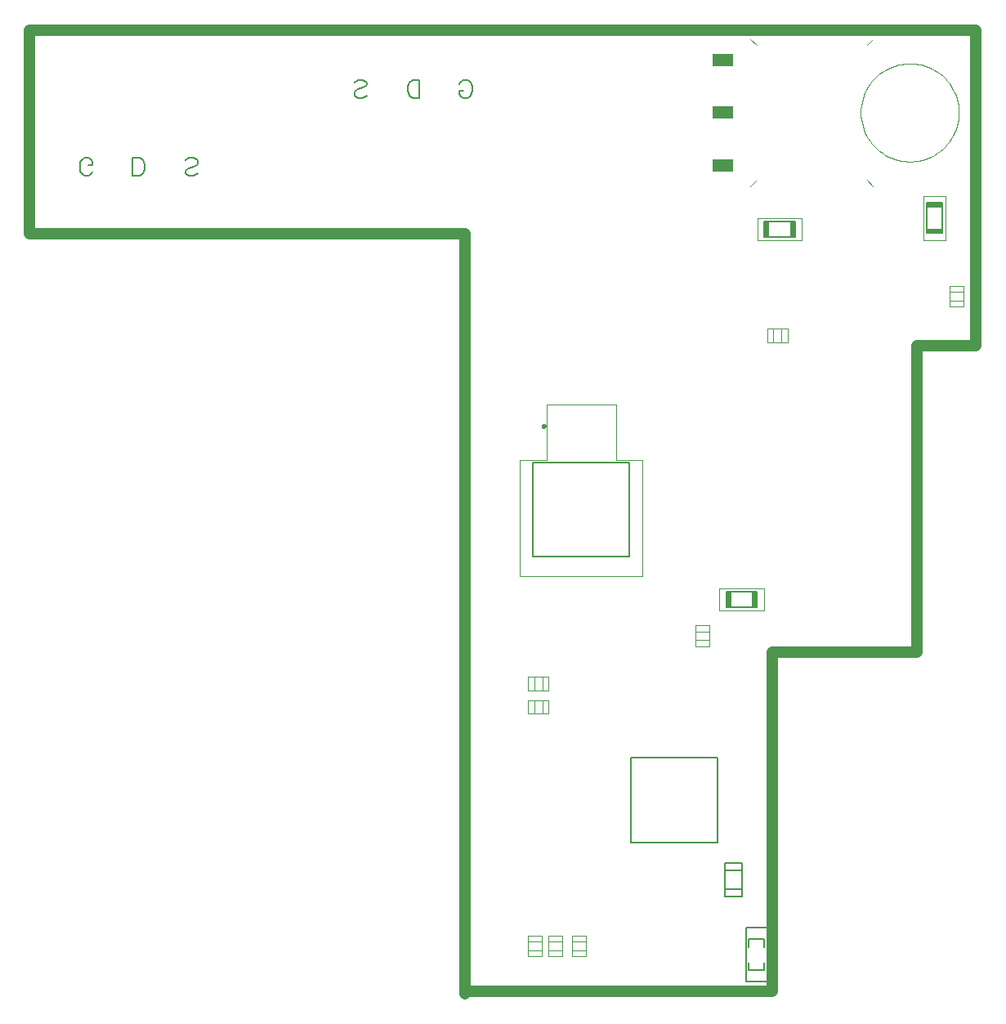
<source format=gm1>
%FSTAX23Y23*%
%MOIN*%
%SFA1B1*%

%IPPOS*%
%ADD78C,0.005000*%
%ADD79C,0.000000*%
%ADD81C,0.011020*%
%ADD82C,0.006000*%
%ADD83C,0.007870*%
%ADD86C,0.002000*%
%ADD87C,0.007810*%
%ADD114C,0.047240*%
%ADD115C,0.001970*%
%LNchicker-1*%
%LPD*%
G36*
X14654Y04238D02*
X14674D01*
Y04301*
X14654*
Y04238*
G37*
G36*
X14548Y04238D02*
X14568D01*
Y04301*
X14548*
Y04238*
G37*
G36*
X14498Y02728D02*
X14518D01*
Y02791*
X14498*
Y02728*
G37*
G36*
X14392D02*
X14412D01*
Y02791*
X14392*
Y02728*
G37*
G36*
X15209Y04251D02*
X15272D01*
Y04271*
X15209*
Y04251*
G37*
G36*
X14335Y04719D02*
X14421D01*
Y0477*
X14335*
Y04719*
G37*
G36*
X14336Y04935D02*
X14421D01*
Y04985*
X14336*
Y04935*
G37*
G36*
X15209Y04358D02*
X15272D01*
Y04377*
X15209*
Y04358*
G37*
G36*
X14335Y04504D02*
X14421D01*
Y04555*
X14335*
Y04504*
G37*
G54D78*
X14357Y02113D02*
X14004D01*
X14357Y01766D02*
Y02113D01*
Y01766D02*
X14004D01*
Y02113*
X14473Y01199D02*
Y0142D01*
X14559Y01199D02*
X14473D01*
X14559D02*
Y0142D01*
X14473*
X14547Y01247D02*
X14484D01*
X14547Y01372D02*
X14484D01*
Y01341D02*
Y01372D01*
Y01247D02*
Y01278D01*
X14547Y01341D02*
Y01372D01*
Y01247D02*
Y01278D01*
X14518Y02728D02*
Y02791D01*
X14392Y02728D02*
Y02791D01*
X13998Y02934D02*
X13604D01*
X13998D02*
Y03316D01*
X13604*
Y02934D02*
Y03316D01*
X14548Y04238D02*
Y04301D01*
X14674Y04238D02*
Y04301D01*
X15272Y04377D02*
X15209D01*
X15272Y04252D02*
X15209D01*
G54D79*
X14941Y04745D02*
D01*
X14941Y04731*
X14943Y04717*
X14945Y04703*
X14949Y04689*
X14953Y04676*
X14958Y04663*
X14964Y04651*
X14971Y04639*
X14979Y04627*
X14988Y04616*
X14997Y04606*
X15007Y04596*
X15018Y04587*
X15029Y04579*
X15041Y04571*
X15053Y04565*
X15066Y04559*
X15079Y04554*
X15092Y0455*
X15106Y04548*
X1512Y04546*
X15134Y04545*
X15148*
X15162Y04546*
X15176Y04548*
X15189Y0455*
X15203Y04554*
X15216Y04559*
X15229Y04565*
X15241Y04571*
X15253Y04579*
X15264Y04587*
X15275Y04596*
X15285Y04606*
X15294Y04616*
X15303Y04627*
X1531Y04639*
X15317Y04651*
X15324Y04663*
X15329Y04676*
X15333Y04689*
X15337Y04703*
X15339Y04717*
X1534Y04731*
X15341Y04745*
X1534Y04758*
X15339Y04772*
X15337Y04786*
X15333Y048*
X15329Y04813*
X15324Y04826*
X15317Y04838*
X1531Y0485*
X15303Y04862*
X15294Y04873*
X15285Y04883*
X15275Y04893*
X15264Y04902*
X15253Y0491*
X15241Y04918*
X15229Y04924*
X15216Y0493*
X15203Y04935*
X15189Y04939*
X15176Y04941*
X15162Y04943*
X15148Y04944*
X15134*
X1512Y04943*
X15106Y04941*
X15092Y04939*
X15079Y04935*
X15066Y0493*
X15053Y04924*
X15041Y04918*
X15029Y0491*
X15018Y04902*
X15007Y04893*
X14997Y04883*
X14988Y04873*
X14979Y04862*
X14971Y0485*
X14964Y04838*
X14958Y04826*
X14953Y04813*
X14949Y048*
X14945Y04786*
X14943Y04772*
X14941Y04758*
X14941Y04745*
D01*
X14941Y04731*
X14943Y04717*
X14945Y04703*
X14949Y04689*
X14953Y04676*
X14958Y04663*
X14964Y04651*
X14971Y04639*
X14979Y04627*
X14988Y04616*
X14997Y04606*
X15007Y04596*
X15018Y04587*
X15029Y04579*
X15041Y04571*
X15053Y04565*
X15066Y04559*
X15079Y04554*
X15092Y0455*
X15106Y04548*
X1512Y04546*
X15134Y04545*
X15148*
X15162Y04546*
X15176Y04548*
X15189Y0455*
X15203Y04554*
X15216Y04559*
X15229Y04565*
X15241Y04571*
X15253Y04579*
X15264Y04587*
X15275Y04596*
X15285Y04606*
X15294Y04616*
X15303Y04627*
X1531Y04639*
X15317Y04651*
X15324Y04663*
X15329Y04676*
X15333Y04689*
X15337Y04703*
X15339Y04717*
X1534Y04731*
X15341Y04745*
X1534Y04758*
X15339Y04772*
X15337Y04786*
X15333Y048*
X15329Y04813*
X15324Y04826*
X15317Y04838*
X1531Y0485*
X15303Y04862*
X15294Y04873*
X15285Y04883*
X15275Y04893*
X15264Y04902*
X15253Y0491*
X15241Y04918*
X15229Y04924*
X15216Y0493*
X15203Y04935*
X15189Y04939*
X15176Y04941*
X15162Y04943*
X15148Y04944*
X15134*
X1512Y04943*
X15106Y04941*
X15092Y04939*
X15079Y04935*
X15066Y0493*
X15053Y04924*
X15041Y04918*
X15029Y0491*
X15018Y04902*
X15007Y04893*
X14997Y04883*
X14988Y04873*
X14979Y04862*
X14971Y0485*
X14964Y04838*
X14958Y04826*
X14953Y04813*
X14949Y048*
X14945Y04786*
X14943Y04772*
X14941Y04758*
X14941Y04745*
X14618Y03807D02*
Y03863D01*
X14643D02*
X14618D01*
X14643Y03807D02*
X14618D01*
X14584D02*
Y03863D01*
Y03807D02*
X14559D01*
X14584Y03863D02*
X14559D01*
X14618Y03807D02*
X14584D01*
X14559D02*
Y03863D01*
X14618D02*
X14584D01*
X14643Y03807D02*
Y03863D01*
X13819Y01362D02*
X13763D01*
Y01387*
X13819Y01362D02*
Y01387D01*
Y01328D02*
X13763D01*
X13819Y01303D02*
Y01328D01*
X13763Y01303D02*
Y01328D01*
X13819D02*
Y01362D01*
Y01303D02*
X13763D01*
Y01328D02*
Y01362D01*
X13819Y01387D02*
X13763D01*
X13643Y02292D02*
Y02348D01*
X13668D02*
X13643D01*
X13668Y02292D02*
X13643D01*
X13609D02*
Y02348D01*
Y02292D02*
X13584D01*
X13609Y02348D02*
X13584D01*
X13643Y02292D02*
X13609D01*
X13584D02*
Y02348D01*
X13643D02*
X13609D01*
X13668Y02292D02*
Y02348D01*
X13639Y01328D02*
X13583D01*
X13639Y01303D02*
Y01328D01*
X13583Y01303D02*
Y01328D01*
X13639Y01362D02*
X13583D01*
Y01387*
X13639Y01362D02*
Y01387D01*
X13583Y01328D02*
Y01362D01*
X13639Y01387D02*
X13583D01*
X13639Y01328D02*
Y01362D01*
Y01303D02*
X13583D01*
X13724Y01328D02*
X13668D01*
X13724Y01303D02*
Y01328D01*
X13668Y01303D02*
Y01328D01*
X13724Y01362D02*
X13668D01*
Y01387*
X13724Y01362D02*
Y01387D01*
X13668Y01328D02*
Y01362D01*
X13724Y01387D02*
X13668D01*
X13724Y01328D02*
Y01362D01*
Y01303D02*
X13668D01*
X13609Y02387D02*
Y02443D01*
Y02387D02*
X13584D01*
X13609Y02443D02*
X13584D01*
X13643Y02387D02*
Y02443D01*
X13668D02*
X13643D01*
X13668Y02387D02*
X13643D01*
Y02443D02*
X13609D01*
X13668Y02387D02*
Y02443D01*
X13643Y02387D02*
X13609D01*
X13584D02*
Y02443D01*
X15359Y04012D02*
X15303D01*
Y04037*
X15359Y04012D02*
Y04037D01*
Y03978D02*
X15303D01*
X15359Y03953D02*
Y03978D01*
X15303Y03953D02*
Y03978D01*
X15359D02*
Y04012D01*
Y03953D02*
X15303D01*
Y03978D02*
Y04012D01*
X15359Y04037D02*
X15303D01*
X14324Y02627D02*
X14268D01*
Y02652*
X14324Y02627D02*
Y02652D01*
Y02593D02*
X14268D01*
X14324Y02568D02*
Y02593D01*
X14268Y02568D02*
Y02593D01*
X14324D02*
Y02627D01*
Y02568D02*
X14268D01*
Y02593D02*
Y02627D01*
X14324Y02652D02*
X14268D01*
G54D81*
X13642Y03465D02*
D01*
X13642Y03465*
X13642Y03465*
X13642Y03464*
X13642Y03464*
X13642Y03464*
X13642Y03463*
X13642Y03463*
X13643Y03462*
X13643Y03462*
X13643Y03462*
X13643Y03462*
X13644Y03461*
X13644Y03461*
X13644Y03461*
X13645Y03461*
X13645Y0346*
X13645Y0346*
X13646Y0346*
X13646Y0346*
X13646Y0346*
X13647Y0346*
X13647Y0346*
X13648*
X13648Y0346*
X13648Y0346*
X13649Y0346*
X13649Y0346*
X13649Y0346*
X1365Y0346*
X1365Y03461*
X1365Y03461*
X13651Y03461*
X13651Y03461*
X13651Y03462*
X13652Y03462*
X13652Y03462*
X13652Y03462*
X13652Y03463*
X13652Y03463*
X13653Y03464*
X13653Y03464*
X13653Y03464*
X13653Y03465*
X13653Y03465*
X13653Y03465*
X13653Y03466*
X13653Y03466*
X13653Y03467*
X13653Y03467*
X13653Y03467*
X13652Y03468*
X13652Y03468*
X13652Y03468*
X13652Y03469*
X13652Y03469*
X13651Y03469*
X13651Y03469*
X13651Y0347*
X1365Y0347*
X1365Y0347*
X1365Y0347*
X13649Y03471*
X13649Y03471*
X13649Y03471*
X13648Y03471*
X13648Y03471*
X13648Y03471*
X13647*
X13647Y03471*
X13646Y03471*
X13646Y03471*
X13646Y03471*
X13645Y03471*
X13645Y0347*
X13645Y0347*
X13644Y0347*
X13644Y0347*
X13644Y03469*
X13643Y03469*
X13643Y03469*
X13643Y03469*
X13643Y03468*
X13642Y03468*
X13642Y03468*
X13642Y03467*
X13642Y03467*
X13642Y03467*
X13642Y03466*
X13642Y03466*
X13642Y03465*
G54D82*
X14457Y01652D02*
X14385D01*
Y01682*
X14457Y01652D02*
Y01682D01*
Y01578D02*
X14385D01*
X14457D02*
X14456Y01548D01*
X14385*
Y01578*
X14457Y01548D02*
Y01652D01*
Y01548D02*
X14456D01*
X14385Y01578D02*
Y01652D01*
X14457Y01682D02*
X14385D01*
G54D83*
X14518Y02728D02*
X14392D01*
X14518Y02791D02*
X14392D01*
X14674Y04301D02*
X14548D01*
X14674Y04238D02*
X14548D01*
X15272Y04252D02*
Y04377D01*
X15209Y04252D02*
Y04377D01*
G54D86*
X14545Y02714D02*
X14364D01*
X14545Y02805D02*
X14364D01*
Y02714D02*
Y02805D01*
X14545Y02714D02*
Y02805D01*
X14701Y04315D02*
X1452D01*
X14701Y04224D02*
X1452D01*
X14701D02*
Y04315D01*
X1452Y04224D02*
Y04315D01*
X14516Y0502D02*
X14491Y05045D01*
X14991D02*
X14966Y0502D01*
X14991Y04445D02*
X14966Y0447D01*
X14516D02*
X14491Y04445D01*
X15286Y04224D02*
Y04405D01*
X15196Y04224D02*
Y04405D01*
X15286Y04224D02*
X15196D01*
X15286Y04405D02*
X15196D01*
G54D87*
X1197Y04486D02*
Y0456D01*
Y04486D02*
X11995D01*
X12006Y04489*
X12013Y04496*
X12016Y04503*
X1202Y04514*
Y04531*
X12016Y04542*
X12013Y04549*
X12006Y04556*
X11995Y0456*
X1197*
X11808Y04503D02*
X11804Y04496D01*
X11797Y04489*
X1179Y04486*
X11776*
X11769Y04489*
X11762Y04496*
X11758Y04503*
X11755Y04514*
Y04531*
X11758Y04542*
X11762Y04549*
X11769Y04556*
X11776Y0456*
X1179*
X11797Y04556*
X11804Y04549*
X11808Y04542*
Y04531*
X1179D02*
X11808D01*
X12235Y04496D02*
X12228Y04489D01*
X12218Y04486*
X12204*
X12193Y04489*
X12186Y04496*
Y04503*
X1219Y0451*
X12193Y04514*
X122Y04517*
X12221Y04524*
X12228Y04528*
X12232Y04531*
X12235Y04538*
Y04549*
X12228Y04556*
X12218Y0456*
X12204*
X12193Y04556*
X12186Y04549*
X13141Y04878D02*
Y04804D01*
Y04878D02*
X13116D01*
X13106Y04875*
X13099Y04868*
X13095Y04861*
X13092Y0485*
Y04833*
X13095Y04822*
X13099Y04815*
X13106Y04808*
X13116Y04804*
X13141*
X13304Y04861D02*
X13307Y04868D01*
X13314Y04875*
X13321Y04878*
X13335*
X13342Y04875*
X13349Y04868*
X13353Y04861*
X13357Y0485*
Y04833*
X13353Y04822*
X13349Y04815*
X13342Y04808*
X13335Y04804*
X13321*
X13314Y04808*
X13307Y04815*
X13304Y04822*
Y04833*
X13321D02*
X13304D01*
X12876Y04868D02*
X12883Y04875D01*
X12894Y04878*
X12908*
X12918Y04875*
X12925Y04868*
Y04861*
X12922Y04854*
X12918Y0485*
X12911Y04847*
X1289Y0484*
X12883Y04836*
X1288Y04833*
X12876Y04826*
Y04815*
X12883Y04808*
X12894Y04804*
X12908*
X12918Y04808*
X12925Y04815*
G54D114*
X14581Y0116D02*
X13336D01*
X13326Y0115*
Y0425*
X11551*
Y0508*
X15411D02*
X11551D01*
X15411Y03795D02*
Y0508D01*
Y03795D02*
X15171D01*
Y02545D02*
Y03795D01*
Y02545D02*
X14581D01*
Y0116D02*
Y02545D01*
G54D115*
X14051Y02855D02*
X13551D01*
X14051D02*
Y03326D01*
X13942*
Y03553*
X1366*
Y03326D02*
Y03553D01*
Y03326D02*
X13551D01*
Y02855D02*
Y03326D01*
M02*
</source>
